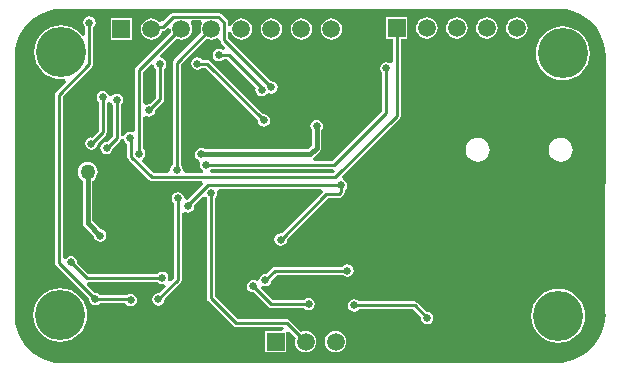
<source format=gbl>
%FSDAX24Y24*%
%MOIN*%
%SFA1B1*%

%IPPOS*%
%ADD24C,0.010000*%
%ADD25C,0.015000*%
%ADD26C,0.166900*%
%ADD27C,0.059100*%
%ADD28R,0.059100X0.059100*%
%ADD29C,0.025000*%
%ADD30C,0.050000*%
%LNuda-1*%
%LPD*%
G36*
X018357Y011796D02*
X018598Y011739D01*
X018827Y011644*
X019039Y011514*
X019227Y011353*
X019388Y011165*
X019518Y010953*
X019613Y010724*
X019670Y010483*
X019690Y010236*
X019685Y001650*
X019688Y001646*
X019674Y001434*
X019632Y001222*
X019563Y001017*
X019467Y000823*
X019347Y000643*
X019204Y000481*
X019042Y000338*
X018862Y000218*
X018668Y000122*
X018463Y000053*
X018251Y000011*
X018035Y-000004*
X001575Y000000*
X001570Y-000004*
X001328Y000015*
X001087Y000072*
X000858Y000167*
X000646Y000297*
X000458Y000458*
X000297Y000646*
X000167Y000858*
X000072Y001087*
X000015Y001328*
X-000005Y001575*
X000000Y010236*
X-000004Y010241*
X000015Y010483*
X000072Y010724*
X000167Y010953*
X000297Y011165*
X000458Y011353*
X000646Y011514*
X000858Y011644*
X001087Y011739*
X001328Y011796*
X001570Y011816*
X001575Y011811*
X018110*
X018115Y011816*
X018357Y011796*
G37*
%LNuda-2*%
%LPC*%
G36*
X015430Y007508D02*
X015327Y007495D01*
X015231Y007455*
X015148Y007392*
X015085Y007309*
X015045Y007213*
X015032Y007110*
X015045Y007007*
X015085Y006911*
X015148Y006828*
X015231Y006765*
X015327Y006725*
X015430Y006712*
X015533Y006725*
X015629Y006765*
X015712Y006828*
X015775Y006911*
X015815Y007007*
X015828Y007110*
X015815Y007213*
X015775Y007309*
X015712Y007392*
X015629Y007455*
X015533Y007495*
X015430Y007508*
G37*
G36*
X002420Y006703D02*
X002334Y006692D01*
X002254Y006658*
X002185Y006605*
X002132Y006536*
X002098Y006456*
X002087Y006370*
X002098Y006284*
X002132Y006204*
X002185Y006135*
X002254Y006082*
X002262Y006078*
Y004670*
X002274Y004610*
X002308Y004558*
X002635Y004232*
X002647Y004170*
X002692Y004102*
X002760Y004057*
X002840Y004041*
X002920Y004057*
X002988Y004102*
X003033Y004170*
X003049Y004250*
X003033Y004330*
X002988Y004398*
X002920Y004443*
X002858Y004455*
X002578Y004735*
Y006078*
X002586Y006082*
X002655Y006135*
X002708Y006204*
X002742Y006284*
X002753Y006370*
X002742Y006456*
X002708Y006536*
X002655Y006605*
X002586Y006658*
X002506Y006692*
X002420Y006703*
G37*
G36*
X018190Y007508D02*
X018087Y007495D01*
X017991Y007455*
X017908Y007392*
X017845Y007309*
X017805Y007213*
X017792Y007110*
X017805Y007007*
X017845Y006911*
X017908Y006828*
X017991Y006765*
X018087Y006725*
X018190Y006712*
X018293Y006725*
X018389Y006765*
X018472Y006828*
X018535Y006911*
X018575Y007007*
X018588Y007110*
X018575Y007213*
X018535Y007309*
X018472Y007392*
X018389Y007455*
X018293Y007495*
X018190Y007508*
G37*
G36*
X018260Y011219D02*
X018085Y011201D01*
X017916Y011150*
X017761Y011067*
X017625Y010955*
X017513Y010819*
X017430Y010664*
X017379Y010495*
X017361Y010320*
X017379Y010145*
X017430Y009976*
X017513Y009821*
X017625Y009685*
X017761Y009573*
X017916Y009490*
X018085Y009439*
X018260Y009421*
X018435Y009439*
X018604Y009490*
X018759Y009573*
X018895Y009685*
X019007Y009821*
X019090Y009976*
X019141Y010145*
X019159Y010320*
X019141Y010495*
X019090Y010664*
X019007Y010819*
X018895Y010955*
X018759Y011067*
X018604Y011150*
X018435Y011201*
X018260Y011219*
G37*
G36*
X006080Y010189D02*
X006000Y010173D01*
X005932Y010128*
X005887Y010060*
X005871Y009980*
X005887Y009900*
X005932Y009832*
X006000Y009787*
X006080Y009771*
X006160Y009787*
X006228Y009832*
X006238Y009847*
X006355*
X008095Y008108*
X008091Y008090*
X008107Y008010*
X008152Y007942*
X008220Y007897*
X008300Y007881*
X008380Y007897*
X008448Y007942*
X008493Y008010*
X008509Y008090*
X008493Y008170*
X008448Y008238*
X008380Y008283*
X008300Y008299*
X008282Y008295*
X006504Y010074*
X006461Y010102*
X006410Y010113*
X006238*
X006228Y010128*
X006160Y010173*
X006080Y010189*
G37*
G36*
X018110Y002473D02*
X017935Y002456D01*
X017766Y002405*
X017611Y002322*
X017475Y002210*
X017363Y002074*
X017280Y001919*
X017229Y001750*
X017212Y001575*
X017229Y001400*
X017280Y001231*
X017363Y001076*
X017475Y000939*
X017611Y000828*
X017766Y000745*
X017935Y000693*
X018110Y000676*
X018286Y000693*
X018454Y000745*
X018609Y000828*
X018746Y000939*
X018857Y001076*
X018940Y001231*
X018992Y001400*
X019009Y001575*
X018992Y001750*
X018940Y001919*
X018857Y002074*
X018746Y002210*
X018609Y002322*
X018454Y002405*
X018286Y002456*
X018110Y002473*
G37*
G36*
X010690Y001068D02*
X010597Y001056D01*
X010511Y001020*
X010437Y000963*
X010380Y000889*
X010344Y000803*
X010332Y000710*
X010344Y000617*
X010380Y000531*
X010437Y000457*
X010511Y000400*
X010597Y000364*
X010690Y000352*
X010783Y000364*
X010869Y000400*
X010943Y000457*
X011000Y000531*
X011036Y000617*
X011048Y000710*
X011036Y000803*
X011000Y000889*
X010943Y000963*
X010869Y001020*
X010783Y001056*
X010690Y001068*
G37*
G36*
X001510Y002499D02*
X001335Y002481D01*
X001166Y002430*
X001011Y002347*
X000875Y002235*
X000763Y002099*
X000680Y001944*
X000629Y001775*
X000611Y001600*
X000629Y001425*
X000680Y001256*
X000763Y001101*
X000875Y000965*
X001011Y000853*
X001166Y000770*
X001335Y000719*
X001510Y000701*
X001685Y000719*
X001854Y000770*
X002009Y000853*
X002145Y000965*
X002257Y001101*
X002340Y001256*
X002391Y001425*
X002409Y001600*
X002391Y001775*
X002340Y001944*
X002257Y002099*
X002145Y002235*
X002009Y002347*
X001854Y002430*
X001685Y002481*
X001510Y002499*
G37*
G36*
X011080Y003289D02*
X011000Y003273D01*
X010932Y003228*
X010922Y003213*
X008670*
X008619Y003202*
X008576Y003174*
X008368Y002965*
X008350Y002969*
X008270Y002953*
X008202Y002908*
X008157Y002840*
X008146Y002787*
X008075Y002745*
X008044Y002737*
X008020Y002753*
X007940Y002769*
X007860Y002753*
X007792Y002708*
X007747Y002640*
X007731Y002560*
X007747Y002480*
X007792Y002412*
X007860Y002367*
X007940Y002351*
X007958Y002355*
X008446Y001866*
X008489Y001838*
X008540Y001827*
X009632*
X009642Y001812*
X009710Y001767*
X009790Y001751*
X009870Y001767*
X009938Y001812*
X009983Y001880*
X009999Y001960*
X009983Y002040*
X009938Y002108*
X009870Y002153*
X009790Y002169*
X009710Y002153*
X009642Y002108*
X009632Y002093*
X008595*
X008182Y002505*
X008245Y002582*
X008246Y002583*
X008270Y002567*
X008350Y002551*
X008430Y002567*
X008498Y002612*
X008543Y002680*
X008559Y002760*
X008555Y002778*
X008725Y002947*
X010922*
X010932Y002932*
X011000Y002887*
X011080Y002871*
X011160Y002887*
X011228Y002932*
X011273Y003000*
X011289Y003080*
X011273Y003160*
X011228Y003228*
X011160Y003273*
X011080Y003289*
G37*
G36*
X011310Y002129D02*
X011230Y002113D01*
X011162Y002068*
X011117Y002000*
X011101Y001920*
X011117Y001840*
X011162Y001772*
X011230Y001727*
X011310Y001711*
X011390Y001727*
X011458Y001772*
X011468Y001787*
X013265*
X013535Y001518*
X013531Y001500*
X013547Y001420*
X013592Y001352*
X013660Y001307*
X013740Y001291*
X013820Y001307*
X013888Y001352*
X013933Y001420*
X013949Y001500*
X013933Y001580*
X013888Y001648*
X013820Y001693*
X013740Y001709*
X013722Y001705*
X013414Y002014*
X013371Y002042*
X013320Y002053*
X011468*
X011458Y002068*
X011390Y002113*
X011310Y002129*
G37*
G36*
X003905Y011485D02*
X003195D01*
Y010775*
X003905*
Y011485*
G37*
G36*
X015730Y011528D02*
X015637Y011516D01*
X015551Y011480*
X015477Y011423*
X015420Y011349*
X015384Y011263*
X015372Y011170*
X015384Y011077*
X015420Y010991*
X015477Y010917*
X015551Y010860*
X015637Y010824*
X015730Y010812*
X015823Y010824*
X015909Y010860*
X015983Y010917*
X016040Y010991*
X016076Y011077*
X016088Y011170*
X016076Y011263*
X016040Y011349*
X015983Y011423*
X015909Y011480*
X015823Y011516*
X015730Y011528*
G37*
G36*
X014730D02*
X014637Y011516D01*
X014551Y011480*
X014477Y011423*
X014420Y011349*
X014384Y011263*
X014372Y011170*
X014384Y011077*
X014420Y010991*
X014477Y010917*
X014551Y010860*
X014637Y010824*
X014730Y010812*
X014823Y010824*
X014909Y010860*
X014983Y010917*
X015040Y010991*
X015076Y011077*
X015088Y011170*
X015076Y011263*
X015040Y011349*
X014983Y011423*
X014909Y011480*
X014823Y011516*
X014730Y011528*
G37*
G36*
X013730D02*
X013637Y011516D01*
X013551Y011480*
X013477Y011423*
X013420Y011349*
X013384Y011263*
X013372Y011170*
X013384Y011077*
X013420Y010991*
X013477Y010917*
X013551Y010860*
X013637Y010824*
X013730Y010812*
X013823Y010824*
X013909Y010860*
X013983Y010917*
X014040Y010991*
X014076Y011077*
X014088Y011170*
X014076Y011263*
X014040Y011349*
X013983Y011423*
X013909Y011480*
X013823Y011516*
X013730Y011528*
G37*
G36*
X010550Y011488D02*
X010457Y011476D01*
X010371Y011440*
X010297Y011383*
X010240Y011309*
X010204Y011223*
X010192Y011130*
X010204Y011037*
X010240Y010951*
X010297Y010877*
X010371Y010820*
X010457Y010784*
X010550Y010772*
X010643Y010784*
X010729Y010820*
X010803Y010877*
X010860Y010951*
X010896Y011037*
X010908Y011130*
X010896Y011223*
X010860Y011309*
X010803Y011383*
X010729Y011440*
X010643Y011476*
X010550Y011488*
G37*
G36*
X016730Y011528D02*
X016637Y011516D01*
X016551Y011480*
X016477Y011423*
X016420Y011349*
X016384Y011263*
X016372Y011170*
X016384Y011077*
X016420Y010991*
X016477Y010917*
X016551Y010860*
X016637Y010824*
X016730Y010812*
X016823Y010824*
X016909Y010860*
X016983Y010917*
X017040Y010991*
X017076Y011077*
X017088Y011170*
X017076Y011263*
X017040Y011349*
X016983Y011423*
X016909Y011480*
X016823Y011516*
X016730Y011528*
G37*
G36*
X006783Y011683D02*
X005280D01*
X005229Y011672*
X005186Y011644*
X004928Y011385*
X004803Y011383*
X004729Y011440*
X004643Y011476*
X004550Y011488*
X004457Y011476*
X004371Y011440*
X004297Y011383*
X004240Y011309*
X004204Y011223*
X004192Y011130*
X004204Y011037*
X004240Y010951*
X004297Y010877*
X004371Y010820*
X004457Y010784*
X004550Y010772*
X004643Y010784*
X004729Y010820*
X004803Y010877*
X004860Y010951*
X004896Y011037*
X004899Y011057*
X004920*
X004971Y011068*
X005014Y011096*
X005097Y011180*
X005192Y011133*
Y011130*
X005204Y011037*
X005211Y011019*
X004046Y009854*
X004018Y009811*
X004007Y009760*
Y007748*
X003910Y007693*
X003907Y007694*
X003830Y007709*
X003750Y007693*
X003682Y007648*
X003637Y007580*
X003633Y007558*
X003533Y007568*
Y007571*
Y008612*
X003548Y008622*
X003593Y008690*
X003609Y008770*
X003593Y008850*
X003548Y008918*
X003480Y008963*
X003400Y008979*
X003320Y008963*
X003252Y008918*
X003235Y008892*
X003129Y008913*
X003123Y008940*
X003078Y009008*
X003010Y009053*
X002930Y009069*
X002850Y009053*
X002782Y009008*
X002737Y008940*
X002721Y008860*
X002737Y008780*
X002782Y008712*
X002797Y008702*
Y007745*
X002568Y007515*
X002550Y007519*
X002470Y007503*
X002402Y007458*
X002357Y007390*
X002341Y007310*
X002357Y007230*
X002402Y007162*
X002470Y007117*
X002550Y007101*
X002630Y007117*
X002698Y007162*
X002743Y007230*
X002759Y007310*
X002755Y007328*
X003024Y007596*
X003052Y007639*
X003063Y007690*
Y008649*
X003106Y008687*
X003132*
X003224Y008664*
X003252Y008622*
X003267Y008612*
Y007565*
X003072Y007370*
X003054Y007373*
X002974Y007358*
X002907Y007312*
X002861Y007244*
X002845Y007164*
X002861Y007084*
X002907Y007017*
X002974Y006971*
X003054Y006955*
X003134Y006971*
X003202Y007017*
X003248Y007084*
X003263Y007164*
X003260Y007182*
X003494Y007416*
X003522Y007459*
X003524Y007468*
X003525Y007471*
X003627*
X003629Y007460*
X003637Y007420*
X003682Y007352*
X003750Y007307*
X003752Y007306*
Y006874*
X003763Y006824*
X003791Y006781*
X004481Y006091*
X004524Y006063*
X004574Y006052*
X006233*
X006274Y005952*
X005746Y005424*
X005727Y005420*
X005645Y005485*
X005638Y005497*
X005623Y005570*
X005578Y005638*
X005510Y005683*
X005430Y005699*
X005350Y005683*
X005282Y005638*
X005237Y005570*
X005221Y005490*
X005237Y005410*
X005282Y005342*
X005297Y005332*
Y002825*
X005189Y002716*
X005141Y002740*
X005106Y002775*
X005119Y002840*
X005103Y002920*
X005058Y002988*
X004990Y003033*
X004910Y003049*
X004830Y003033*
X004762Y002988*
X004752Y002973*
X002445*
X002075Y003342*
X002079Y003360*
X002063Y003440*
X002018Y003508*
X001950Y003553*
X001870Y003569*
X001790Y003553*
X001722Y003508*
X001693Y003463*
X001593Y003490*
Y008890*
X002578Y009875*
X002607Y009918*
X002617Y009969*
Y011186*
X002632Y011196*
X002677Y011264*
X002693Y011344*
X002677Y011424*
X002632Y011492*
X002564Y011537*
X002484Y011553*
X002404Y011537*
X002336Y011492*
X002291Y011424*
X002275Y011344*
X002291Y011264*
X002336Y011196*
X002352Y011186*
Y010938*
X002252Y010902*
X002175Y010995*
X002039Y011107*
X001884Y011190*
X001715Y011241*
X001540Y011259*
X001365Y011241*
X001196Y011190*
X001041Y011107*
X000905Y010995*
X000793Y010859*
X000710Y010704*
X000659Y010535*
X000641Y010360*
X000659Y010185*
X000710Y010016*
X000793Y009861*
X000905Y009725*
X001041Y009613*
X001196Y009530*
X001365Y009479*
X001540Y009461*
X001660Y009473*
X001705Y009377*
X001366Y009038*
X001338Y008995*
X001327Y008945*
Y003350*
X001338Y003299*
X001366Y003256*
X002475Y002148*
X002471Y002130*
X002487Y002050*
X002532Y001982*
X002600Y001937*
X002680Y001921*
X002760Y001937*
X002828Y001982*
X002838Y001997*
X003682*
X003712Y001952*
X003780Y001907*
X003860Y001891*
X003940Y001907*
X004008Y001952*
X004053Y002020*
X004069Y002100*
X004053Y002180*
X004008Y002248*
X003940Y002293*
X003860Y002309*
X003780Y002293*
X003734Y002263*
X002838*
X002828Y002278*
X002760Y002323*
X002680Y002339*
X002662Y002335*
X002390Y002607*
X002431Y002707*
X004752*
X004762Y002692*
X004830Y002647*
X004910Y002631*
X004975Y002644*
X005010Y002609*
X005034Y002561*
X004798Y002325*
X004780Y002329*
X004700Y002313*
X004632Y002268*
X004587Y002200*
X004571Y002120*
X004587Y002040*
X004632Y001972*
X004700Y001927*
X004780Y001911*
X004860Y001927*
X004928Y001972*
X004973Y002040*
X004989Y002120*
X004985Y002138*
X005524Y002676*
X005552Y002719*
X005563Y002770*
Y004995*
X005663Y005045*
X005690Y005027*
X005770Y005011*
X005850Y005027*
X005918Y005072*
X005963Y005140*
X005979Y005220*
X005969Y005272*
X006258Y005562*
X006379Y005541*
X006392Y005522*
X006407Y005512*
Y002160*
X006418Y002109*
X006446Y002066*
X007286Y001226*
X007329Y001198*
X007380Y001187*
X008950*
X008964Y001165*
X008963Y001152*
X008910Y001065*
X008335*
Y000355*
X009045*
Y000975*
Y001026*
X009144Y001069*
X009363Y000849*
X009344Y000803*
X009332Y000710*
X009344Y000617*
X009380Y000531*
X009437Y000457*
X009511Y000400*
X009597Y000364*
X009690Y000352*
X009783Y000364*
X009869Y000400*
X009943Y000457*
X010000Y000531*
X010036Y000617*
X010048Y000710*
X010036Y000803*
X010000Y000889*
X009943Y000963*
X009869Y001020*
X009783Y001056*
X009690Y001068*
X009597Y001056*
X009551Y001037*
X009174Y001414*
X009131Y001442*
X009080Y001453*
X007435*
X006673Y002215*
Y005512*
X006688Y005522*
X006733Y005590*
X006749Y005670*
X006745Y005692*
X006816Y005792*
X010214*
X010255Y005692*
X008878Y004315*
X008860Y004319*
X008780Y004303*
X008712Y004258*
X008667Y004190*
X008651Y004110*
X008667Y004030*
X008712Y003962*
X008780Y003917*
X008860Y003901*
X008940Y003917*
X009008Y003962*
X009053Y004030*
X009069Y004110*
X009065Y004128*
X010435Y005497*
X010790*
X010841Y005508*
X010884Y005536*
X010954Y005606*
X010982Y005649*
X010993Y005700*
Y005762*
X011008Y005772*
X011053Y005840*
X011069Y005920*
X011053Y006000*
X011008Y006068*
X010940Y006113*
X010909Y006221*
X012824Y008136*
X012852Y008179*
X012863Y008230*
Y010815*
X013085*
Y011525*
X012375*
Y010815*
X012597*
Y010032*
X012592Y010028*
X012497Y009988*
X012460Y010013*
X012380Y010029*
X012300Y010013*
X012232Y009968*
X012187Y009900*
X012171Y009820*
X012187Y009740*
X012232Y009672*
X012247Y009662*
Y008395*
X010585Y006733*
X009959*
X009928Y006833*
X009952Y006848*
X010172Y007068*
X010206Y007120*
X010218Y007180*
Y007768*
X010253Y007820*
X010269Y007900*
X010253Y007980*
X010208Y008048*
X010140Y008093*
X010060Y008109*
X009980Y008093*
X009912Y008048*
X009867Y007980*
X009851Y007900*
X009867Y007820*
X009902Y007768*
Y007245*
X009775Y007118*
X006342*
X006290Y007153*
X006210Y007169*
X006130Y007153*
X006062Y007108*
X006017Y007040*
X006001Y006960*
X006017Y006880*
X006062Y006812*
X006130Y006767*
X006177Y006680*
X006161Y006600*
X006177Y006520*
X006222Y006452*
X006274Y006418*
X006268Y006347*
X006257Y006318*
X005666*
X005595Y006418*
X005599Y006440*
X005583Y006520*
X005538Y006588*
X005523Y006598*
Y009955*
X006382Y010815*
X006457Y010784*
X006550Y010772*
X006643Y010784*
X006729Y010820*
X006743Y010830*
X006843Y010781*
Y010765*
X006853Y010714*
X006882Y010671*
X007013Y010540*
Y010502*
X006981Y010431*
X006926Y010422*
X006880Y010453*
X006800Y010469*
X006720Y010453*
X006652Y010408*
X006607Y010340*
X006591Y010260*
X006607Y010180*
X006652Y010112*
X006720Y010067*
X006800Y010051*
X006880Y010067*
X006948Y010112*
X006958Y010127*
X007080*
X008027Y009181*
X008011Y009101*
X008027Y009021*
X008072Y008953*
X008140Y008908*
X008220Y008892*
X008300Y008908*
X008368Y008953*
X008470Y008997*
X008550Y008981*
X008630Y008997*
X008698Y009042*
X008743Y009110*
X008759Y009190*
X008743Y009270*
X008698Y009338*
X008630Y009383*
X008550Y009399*
X008532Y009395*
X007108Y010820*
Y011019*
X007204Y011037*
X007240Y010951*
X007297Y010877*
X007371Y010820*
X007457Y010784*
X007550Y010772*
X007643Y010784*
X007729Y010820*
X007803Y010877*
X007860Y010951*
X007896Y011037*
X007908Y011130*
X007896Y011223*
X007860Y011309*
X007803Y011383*
X007729Y011440*
X007643Y011476*
X007550Y011488*
X007457Y011476*
X007371Y011440*
X007297Y011383*
X007240Y011309*
X007204Y011223*
X007108Y011241*
Y011358*
X007098Y011409*
X007069Y011452*
X006877Y011644*
X006834Y011672*
X006783Y011683*
G37*
G36*
X009550Y011488D02*
X009457Y011476D01*
X009371Y011440*
X009297Y011383*
X009240Y011309*
X009204Y011223*
X009192Y011130*
X009204Y011037*
X009240Y010951*
X009297Y010877*
X009371Y010820*
X009457Y010784*
X009550Y010772*
X009643Y010784*
X009729Y010820*
X009803Y010877*
X009860Y010951*
X009896Y011037*
X009908Y011130*
X009896Y011223*
X009860Y011309*
X009803Y011383*
X009729Y011440*
X009643Y011476*
X009550Y011488*
G37*
G36*
X008550D02*
X008457Y011476D01*
X008371Y011440*
X008297Y011383*
X008240Y011309*
X008204Y011223*
X008192Y011130*
X008204Y011037*
X008240Y010951*
X008297Y010877*
X008371Y010820*
X008457Y010784*
X008550Y010772*
X008643Y010784*
X008729Y010820*
X008803Y010877*
X008860Y010951*
X008896Y011037*
X008908Y011130*
X008896Y011223*
X008860Y011309*
X008803Y011383*
X008729Y011440*
X008643Y011476*
X008550Y011488*
G37*
%LNuda-3*%
%LPD*%
G36*
X006246Y011317D02*
X006240Y011309D01*
X006204Y011223*
X006192Y011130*
X006204Y011037*
X006211Y011019*
X005296Y010104*
X005268Y010061*
X005257Y010010*
Y006598*
X005242Y006588*
X005197Y006520*
X005181Y006440*
X005185Y006418*
X005114Y006318*
X004629*
X004248Y006698*
X004269Y006819*
X004288Y006832*
X004333Y006900*
X004349Y006980*
X004333Y007060*
X004288Y007128*
X004273Y007138*
Y008185*
X004373Y008239*
X004390Y008227*
X004470Y008211*
X004550Y008227*
X004618Y008272*
X004663Y008340*
X004679Y008420*
X004675Y008438*
X004934Y008696*
X004962Y008739*
X004973Y008790*
Y009802*
X004988Y009812*
X005033Y009880*
X005049Y009960*
X005033Y010040*
X004988Y010108*
X004920Y010153*
X004872Y010163*
X004833Y010249*
X004832Y010265*
X005382Y010815*
X005457Y010784*
X005550Y010772*
X005643Y010784*
X005729Y010820*
X005803Y010877*
X005860Y010951*
X005896Y011037*
X005908Y011130*
X005896Y011223*
X005860Y011309*
X005854Y011317*
X005903Y011417*
X006197*
X006246Y011317*
G37*
G36*
X004551Y009967D02*
X004637Y009928D01*
X004647Y009880*
X004692Y009812*
X004707Y009802*
Y008845*
X004488Y008625*
X004470Y008629*
X004390Y008613*
X004373Y008601*
X004273Y008655*
Y009705*
X004535Y009968*
X004551Y009967*
G37*
G36*
X010657Y006375D02*
X010612Y006318D01*
X006530*
X006494Y006418*
X006544Y006467*
X010609*
X010657Y006375*
G37*
G54D24*
X006783Y011550D02*
X006975Y011358D01*
X005280Y011550D02*
X006783D01*
X004920Y011190D02*
X005280Y011550D01*
X004570Y011190D02*
X004920D01*
X008220Y009101D02*
X008294D01*
X004574Y006185D02*
X010685D01*
X006434Y005925D02*
X010855D01*
X005770Y005261D02*
X006434Y005925D01*
X006975Y010765D02*
X008550Y009190D01*
X006410Y009980D02*
X008300Y008090D01*
X005390Y006440D02*
Y010010D01*
X002390Y002840D02*
X004910D01*
X004780Y002120D02*
X005430Y002770D01*
Y005490*
X005770Y005220D02*
Y005261D01*
X006800Y010260D02*
X007135D01*
X006370Y006600D02*
X010640D01*
X007940Y002560D02*
X008540Y001960D01*
X006540Y002160D02*
Y005670D01*
X006080Y009980D02*
X006410D01*
X007380Y001320D02*
X009080D01*
X008540Y001960D02*
X009790D01*
X008860Y004110D02*
X010380Y005630D01*
X010860Y005700D02*
Y005920D01*
X010855Y005925D02*
X010860Y005920D01*
X010640Y006600D02*
X012380Y008340D01*
X010685Y006185D02*
X012730Y008230D01*
X012380Y008340D02*
Y009820D01*
X012730Y008230D02*
Y011170D01*
X007135Y010260D02*
X008294Y009101D01*
X010790Y005630D02*
X010860Y005700D01*
X010380Y005630D02*
X010790D01*
X004840Y008790D02*
Y009960D01*
X004470Y008420D02*
X004840Y008790D01*
X001870Y003360D02*
X002390Y002840D01*
X008350Y002760D02*
X008670Y003080D01*
X011080*
X013320Y001920D02*
X013740Y001500D01*
X011310Y001920D02*
X013320D01*
X002484Y009969D02*
Y011344D01*
X001460Y008945D02*
X002484Y009969D01*
X001460Y003350D02*
Y008945D01*
Y003350D02*
X002680Y002130D01*
X009080Y001320D02*
X009690Y000710D01*
X006540Y002160D02*
X007380Y001320D01*
X002550Y007310D02*
X002930Y007690D01*
Y008860*
X006975Y010765D02*
Y011358D01*
X003885Y006874D02*
X004574Y006185D01*
X003885Y006874D02*
Y007445D01*
X003830Y007500D02*
X003885Y007445D01*
X004140Y009760D02*
X005570Y011190D01*
X004140Y006980D02*
Y009760D01*
X005390Y010010D02*
X006570Y011190D01*
X003400Y007510D02*
Y008770D01*
X003054Y007164D02*
X003400Y007510D01*
X003830Y002130D02*
X003860Y002100D01*
X002680Y002130D02*
X003830D01*
G54D25*
X006210Y006960D02*
X009840D01*
X010060Y007180D02*
Y007900D01*
X009840Y006960D02*
X010060Y007180D01*
X002420Y004670D02*
Y006370D01*
Y004670D02*
X002840Y004250D01*
G54D26*
X001540Y010360D03*
X018110Y001575D03*
X018260Y010320D03*
X001510Y001600D03*
G54D27*
X016730Y011170D03*
X015730D03*
X014730D03*
X013730D03*
X010690Y000710D03*
X009690D03*
X010550Y011130D03*
X009550D03*
X008550D03*
X007550D03*
X006550D03*
X005550D03*
X004550D03*
G54D28*
X012730Y011170D03*
X008690Y000710D03*
X003550Y011130D03*
G54D29*
X008220Y009101D03*
X008550Y009190D03*
X005390Y006440D03*
X004910Y002840D03*
X005430Y005490D03*
X005770Y005220D03*
X008300Y008090D03*
X006800Y010260D03*
X006540Y005670D03*
X006080Y009980D03*
X008860Y004110D03*
X010860Y005920D03*
X010060Y007900D03*
X004840Y009960D03*
X004470Y008420D03*
X001870Y003360D03*
X008350Y002760D03*
X011080Y003080D03*
X013740Y001500D03*
X011310Y001920D03*
X002484Y011344D03*
X012380Y009820D03*
X006370Y006600D03*
X006210Y006960D03*
X002550Y007310D03*
X002930Y008860D03*
X003830Y007500D03*
X004140Y006980D03*
X004780Y002120D03*
X003400Y008770D03*
X003054Y007164D03*
X003860Y002100D03*
X002680Y002130D03*
X007940Y002560D03*
X009790Y001960D03*
X002840Y004250D03*
G54D30*
X002420Y006370D03*
M02*
</source>
